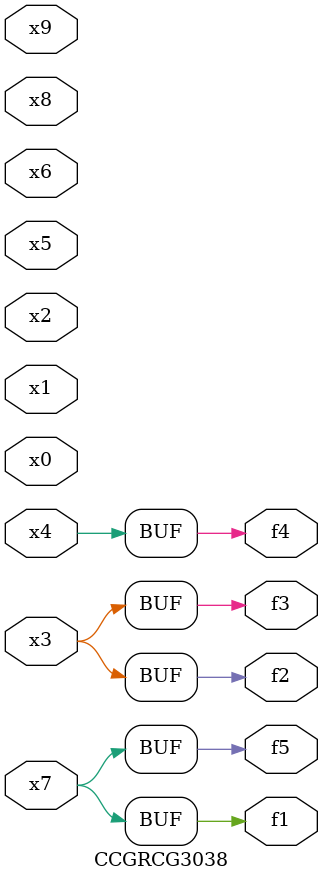
<source format=v>
module CCGRCG3038(
	input x0, x1, x2, x3, x4, x5, x6, x7, x8, x9,
	output f1, f2, f3, f4, f5
);
	assign f1 = x7;
	assign f2 = x3;
	assign f3 = x3;
	assign f4 = x4;
	assign f5 = x7;
endmodule

</source>
